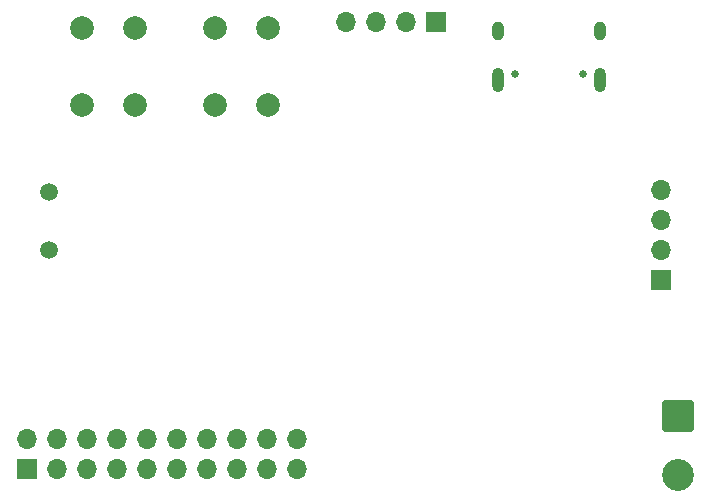
<source format=gbr>
%TF.GenerationSoftware,KiCad,Pcbnew,7.0.1*%
%TF.CreationDate,2023-04-25T22:28:34+08:00*%
%TF.ProjectId,MM32F0140_CAN_Core,4d4d3332-4630-4313-9430-5f43414e5f43,rev?*%
%TF.SameCoordinates,Original*%
%TF.FileFunction,Soldermask,Bot*%
%TF.FilePolarity,Negative*%
%FSLAX46Y46*%
G04 Gerber Fmt 4.6, Leading zero omitted, Abs format (unit mm)*
G04 Created by KiCad (PCBNEW 7.0.1) date 2023-04-25 22:28:34*
%MOMM*%
%LPD*%
G01*
G04 APERTURE LIST*
G04 Aperture macros list*
%AMRoundRect*
0 Rectangle with rounded corners*
0 $1 Rounding radius*
0 $2 $3 $4 $5 $6 $7 $8 $9 X,Y pos of 4 corners*
0 Add a 4 corners polygon primitive as box body*
4,1,4,$2,$3,$4,$5,$6,$7,$8,$9,$2,$3,0*
0 Add four circle primitives for the rounded corners*
1,1,$1+$1,$2,$3*
1,1,$1+$1,$4,$5*
1,1,$1+$1,$6,$7*
1,1,$1+$1,$8,$9*
0 Add four rect primitives between the rounded corners*
20,1,$1+$1,$2,$3,$4,$5,0*
20,1,$1+$1,$4,$5,$6,$7,0*
20,1,$1+$1,$6,$7,$8,$9,0*
20,1,$1+$1,$8,$9,$2,$3,0*%
G04 Aperture macros list end*
%ADD10R,1.700000X1.700000*%
%ADD11O,1.700000X1.700000*%
%ADD12C,2.700000*%
%ADD13RoundRect,0.250001X-1.099999X1.099999X-1.099999X-1.099999X1.099999X-1.099999X1.099999X1.099999X0*%
%ADD14C,2.000000*%
%ADD15C,0.650000*%
%ADD16O,1.000000X2.100000*%
%ADD17O,1.000000X1.600000*%
%ADD18C,1.500000*%
G04 APERTURE END LIST*
D10*
%TO.C,J2*%
X122047000Y-128270000D03*
D11*
X122047000Y-125730000D03*
X124587000Y-128270000D03*
X124587000Y-125730000D03*
X127127000Y-128270000D03*
X127127000Y-125730000D03*
X129667000Y-128270000D03*
X129667000Y-125730000D03*
X132207000Y-128270000D03*
X132207000Y-125730000D03*
X134747000Y-128270000D03*
X134747000Y-125730000D03*
X137287000Y-128270000D03*
X137287000Y-125730000D03*
X139827000Y-128270000D03*
X139827000Y-125730000D03*
X142367000Y-128270000D03*
X142367000Y-125730000D03*
X144907000Y-128270000D03*
X144907000Y-125730000D03*
%TD*%
D12*
%TO.C,J5*%
X177165000Y-128825000D03*
D13*
X177165000Y-123825000D03*
%TD*%
D14*
%TO.C,SW2*%
X137958000Y-97484000D03*
X137958000Y-90984000D03*
X142458000Y-97484000D03*
X142458000Y-90984000D03*
%TD*%
D15*
%TO.C,J4*%
X169133000Y-94867000D03*
X163353000Y-94867000D03*
D16*
X170563000Y-95397000D03*
D17*
X170563000Y-91217000D03*
D16*
X161923000Y-95397000D03*
D17*
X161923000Y-91217000D03*
%TD*%
D14*
%TO.C,SW1*%
X126727000Y-97484000D03*
X126727000Y-90984000D03*
X131227000Y-97484000D03*
X131227000Y-90984000D03*
%TD*%
D10*
%TO.C,J1*%
X175768000Y-112268000D03*
D11*
X175768000Y-109728000D03*
X175768000Y-107188000D03*
X175768000Y-104648000D03*
%TD*%
D18*
%TO.C,Y1*%
X123952000Y-104856000D03*
X123952000Y-109736000D03*
%TD*%
D10*
%TO.C,J3*%
X156718000Y-90424000D03*
D11*
X154178000Y-90424000D03*
X151638000Y-90424000D03*
X149098000Y-90424000D03*
%TD*%
M02*

</source>
